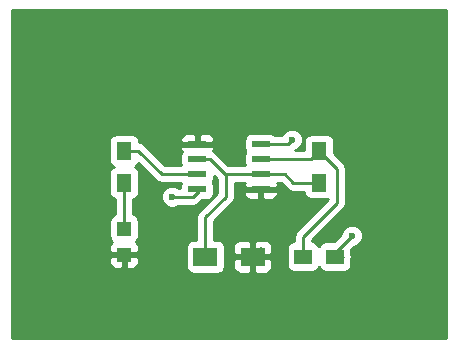
<source format=gbr>
G04 #@! TF.FileFunction,Copper,L1,Top,Signal*
%FSLAX46Y46*%
G04 Gerber Fmt 4.6, Leading zero omitted, Abs format (unit mm)*
G04 Created by KiCad (PCBNEW 4.0.5) date 02/12/17 15:01:25*
%MOMM*%
%LPD*%
G01*
G04 APERTURE LIST*
%ADD10C,0.100000*%
%ADD11R,2.000000X1.600000*%
%ADD12R,1.200000X1.200000*%
%ADD13R,1.500000X1.300000*%
%ADD14R,1.300000X1.500000*%
%ADD15R,1.550000X0.600000*%
%ADD16C,0.600000*%
%ADD17C,0.250000*%
%ADD18C,0.254000*%
G04 APERTURE END LIST*
D10*
D11*
X114840000Y-85090000D03*
X118840000Y-85090000D03*
D12*
X107950000Y-82720000D03*
X107950000Y-84920000D03*
D13*
X125810000Y-85090000D03*
X123110000Y-85090000D03*
D14*
X124460000Y-76120000D03*
X124460000Y-78820000D03*
X107950000Y-76120000D03*
X107950000Y-78820000D03*
D15*
X114140000Y-75565000D03*
X114140000Y-76835000D03*
X114140000Y-78105000D03*
X114140000Y-79375000D03*
X119540000Y-79375000D03*
X119540000Y-78105000D03*
X119540000Y-76835000D03*
X119540000Y-75565000D03*
D16*
X114046000Y-74168000D03*
X122174000Y-75184000D03*
X127254000Y-83312000D03*
X112014000Y-80010000D03*
D17*
X116586000Y-78105000D02*
X116586000Y-80010000D01*
X114840000Y-81756000D02*
X114840000Y-85090000D01*
X116586000Y-80010000D02*
X114840000Y-81756000D01*
X119540000Y-78105000D02*
X121539000Y-78105000D01*
X122254000Y-78820000D02*
X124460000Y-78820000D01*
X121539000Y-78105000D02*
X122254000Y-78820000D01*
X114140000Y-76835000D02*
X115189000Y-76835000D01*
X116459000Y-78105000D02*
X116586000Y-78105000D01*
X116586000Y-78105000D02*
X119540000Y-78105000D01*
X115189000Y-76835000D02*
X116459000Y-78105000D01*
X114140000Y-75565000D02*
X114140000Y-74262000D01*
X114140000Y-74262000D02*
X114046000Y-74168000D01*
X119540000Y-84390000D02*
X118840000Y-85090000D01*
X107950000Y-78820000D02*
X107950000Y-82720000D01*
X119540000Y-75565000D02*
X121793000Y-75565000D01*
X121793000Y-75565000D02*
X122174000Y-75184000D01*
X125984000Y-84582000D02*
X127254000Y-83312000D01*
X125984000Y-85090000D02*
X125984000Y-84582000D01*
X114300000Y-79502000D02*
X113792000Y-80010000D01*
X113792000Y-80010000D02*
X112014000Y-80010000D01*
X125810000Y-85090000D02*
X126492000Y-85090000D01*
X123110000Y-85090000D02*
X123110000Y-83392000D01*
X125984000Y-77644000D02*
X124460000Y-76120000D01*
X125984000Y-80518000D02*
X125984000Y-77644000D01*
X123110000Y-83392000D02*
X125984000Y-80518000D01*
X119540000Y-76835000D02*
X123745000Y-76835000D01*
X123745000Y-76835000D02*
X124460000Y-76120000D01*
X107950000Y-76120000D02*
X109140000Y-76120000D01*
X111125000Y-78105000D02*
X114140000Y-78105000D01*
X109140000Y-76120000D02*
X111125000Y-78105000D01*
D18*
G36*
X135180000Y-92000000D02*
X98500000Y-92000000D01*
X98500000Y-85205750D01*
X106715000Y-85205750D01*
X106715000Y-85646309D01*
X106811673Y-85879698D01*
X106990301Y-86058327D01*
X107223690Y-86155000D01*
X107664250Y-86155000D01*
X107823000Y-85996250D01*
X107823000Y-85047000D01*
X108077000Y-85047000D01*
X108077000Y-85996250D01*
X108235750Y-86155000D01*
X108676310Y-86155000D01*
X108909699Y-86058327D01*
X109088327Y-85879698D01*
X109185000Y-85646309D01*
X109185000Y-85205750D01*
X109026250Y-85047000D01*
X108077000Y-85047000D01*
X107823000Y-85047000D01*
X106873750Y-85047000D01*
X106715000Y-85205750D01*
X98500000Y-85205750D01*
X98500000Y-75370000D01*
X106652560Y-75370000D01*
X106652560Y-76870000D01*
X106696838Y-77105317D01*
X106835910Y-77321441D01*
X107048110Y-77466431D01*
X107061197Y-77469081D01*
X106848559Y-77605910D01*
X106703569Y-77818110D01*
X106652560Y-78070000D01*
X106652560Y-79570000D01*
X106696838Y-79805317D01*
X106835910Y-80021441D01*
X107048110Y-80166431D01*
X107190000Y-80195164D01*
X107190000Y-81502666D01*
X107114683Y-81516838D01*
X106898559Y-81655910D01*
X106753569Y-81868110D01*
X106702560Y-82120000D01*
X106702560Y-83320000D01*
X106746838Y-83555317D01*
X106885910Y-83771441D01*
X106954006Y-83817969D01*
X106811673Y-83960302D01*
X106715000Y-84193691D01*
X106715000Y-84634250D01*
X106873750Y-84793000D01*
X107823000Y-84793000D01*
X107823000Y-84773000D01*
X108077000Y-84773000D01*
X108077000Y-84793000D01*
X109026250Y-84793000D01*
X109185000Y-84634250D01*
X109185000Y-84193691D01*
X109088327Y-83960302D01*
X108947090Y-83819064D01*
X109001441Y-83784090D01*
X109146431Y-83571890D01*
X109197440Y-83320000D01*
X109197440Y-82120000D01*
X109153162Y-81884683D01*
X109014090Y-81668559D01*
X108801890Y-81523569D01*
X108710000Y-81504961D01*
X108710000Y-80196742D01*
X108835317Y-80173162D01*
X109051441Y-80034090D01*
X109196431Y-79821890D01*
X109247440Y-79570000D01*
X109247440Y-78070000D01*
X109203162Y-77834683D01*
X109064090Y-77618559D01*
X108851890Y-77473569D01*
X108838803Y-77470919D01*
X109051441Y-77334090D01*
X109143928Y-77198730D01*
X110587599Y-78642401D01*
X110834161Y-78807148D01*
X111125000Y-78865000D01*
X112760086Y-78865000D01*
X112717560Y-79075000D01*
X112717560Y-79250000D01*
X112576463Y-79250000D01*
X112544327Y-79217808D01*
X112200799Y-79075162D01*
X111828833Y-79074838D01*
X111485057Y-79216883D01*
X111221808Y-79479673D01*
X111079162Y-79823201D01*
X111078838Y-80195167D01*
X111220883Y-80538943D01*
X111483673Y-80802192D01*
X111827201Y-80944838D01*
X112199167Y-80945162D01*
X112542943Y-80803117D01*
X112576118Y-80770000D01*
X113792000Y-80770000D01*
X114082839Y-80712148D01*
X114329401Y-80547401D01*
X114554362Y-80322440D01*
X114915000Y-80322440D01*
X115150317Y-80278162D01*
X115366441Y-80139090D01*
X115511431Y-79926890D01*
X115562440Y-79675000D01*
X115562440Y-79075000D01*
X115518162Y-78839683D01*
X115454322Y-78740472D01*
X115511431Y-78656890D01*
X115562440Y-78405000D01*
X115562440Y-78283242D01*
X115826000Y-78546802D01*
X115826000Y-79695198D01*
X114302599Y-81218599D01*
X114137852Y-81465161D01*
X114080000Y-81756000D01*
X114080000Y-83642560D01*
X113840000Y-83642560D01*
X113604683Y-83686838D01*
X113388559Y-83825910D01*
X113243569Y-84038110D01*
X113192560Y-84290000D01*
X113192560Y-85890000D01*
X113236838Y-86125317D01*
X113375910Y-86341441D01*
X113588110Y-86486431D01*
X113840000Y-86537440D01*
X115840000Y-86537440D01*
X116075317Y-86493162D01*
X116291441Y-86354090D01*
X116436431Y-86141890D01*
X116487440Y-85890000D01*
X116487440Y-85375750D01*
X117205000Y-85375750D01*
X117205000Y-86016310D01*
X117301673Y-86249699D01*
X117480302Y-86428327D01*
X117713691Y-86525000D01*
X118554250Y-86525000D01*
X118713000Y-86366250D01*
X118713000Y-85217000D01*
X118967000Y-85217000D01*
X118967000Y-86366250D01*
X119125750Y-86525000D01*
X119966309Y-86525000D01*
X120199698Y-86428327D01*
X120378327Y-86249699D01*
X120475000Y-86016310D01*
X120475000Y-85375750D01*
X120316250Y-85217000D01*
X118967000Y-85217000D01*
X118713000Y-85217000D01*
X117363750Y-85217000D01*
X117205000Y-85375750D01*
X116487440Y-85375750D01*
X116487440Y-84290000D01*
X116463674Y-84163690D01*
X117205000Y-84163690D01*
X117205000Y-84804250D01*
X117363750Y-84963000D01*
X118713000Y-84963000D01*
X118713000Y-83813750D01*
X118967000Y-83813750D01*
X118967000Y-84963000D01*
X120316250Y-84963000D01*
X120475000Y-84804250D01*
X120475000Y-84163690D01*
X120378327Y-83930301D01*
X120199698Y-83751673D01*
X119966309Y-83655000D01*
X119125750Y-83655000D01*
X118967000Y-83813750D01*
X118713000Y-83813750D01*
X118554250Y-83655000D01*
X117713691Y-83655000D01*
X117480302Y-83751673D01*
X117301673Y-83930301D01*
X117205000Y-84163690D01*
X116463674Y-84163690D01*
X116443162Y-84054683D01*
X116304090Y-83838559D01*
X116091890Y-83693569D01*
X115840000Y-83642560D01*
X115600000Y-83642560D01*
X115600000Y-82070802D01*
X117123401Y-80547401D01*
X117288148Y-80300839D01*
X117346000Y-80010000D01*
X117346000Y-79660750D01*
X118130000Y-79660750D01*
X118130000Y-79801310D01*
X118226673Y-80034699D01*
X118405302Y-80213327D01*
X118638691Y-80310000D01*
X119254250Y-80310000D01*
X119413000Y-80151250D01*
X119413000Y-79502000D01*
X119667000Y-79502000D01*
X119667000Y-80151250D01*
X119825750Y-80310000D01*
X120441309Y-80310000D01*
X120674698Y-80213327D01*
X120853327Y-80034699D01*
X120950000Y-79801310D01*
X120950000Y-79660750D01*
X120791250Y-79502000D01*
X119667000Y-79502000D01*
X119413000Y-79502000D01*
X118288750Y-79502000D01*
X118130000Y-79660750D01*
X117346000Y-79660750D01*
X117346000Y-78865000D01*
X118164666Y-78865000D01*
X118130000Y-78948690D01*
X118130000Y-79089250D01*
X118288750Y-79248000D01*
X119413000Y-79248000D01*
X119413000Y-79228000D01*
X119667000Y-79228000D01*
X119667000Y-79248000D01*
X120791250Y-79248000D01*
X120950000Y-79089250D01*
X120950000Y-78948690D01*
X120915334Y-78865000D01*
X121224198Y-78865000D01*
X121716599Y-79357401D01*
X121963161Y-79522148D01*
X122254000Y-79580000D01*
X123164442Y-79580000D01*
X123206838Y-79805317D01*
X123345910Y-80021441D01*
X123558110Y-80166431D01*
X123810000Y-80217440D01*
X125110000Y-80217440D01*
X125224000Y-80195989D01*
X125224000Y-80203198D01*
X122572599Y-82854599D01*
X122407852Y-83101161D01*
X122350000Y-83392000D01*
X122350000Y-83794442D01*
X122124683Y-83836838D01*
X121908559Y-83975910D01*
X121763569Y-84188110D01*
X121712560Y-84440000D01*
X121712560Y-85740000D01*
X121756838Y-85975317D01*
X121895910Y-86191441D01*
X122108110Y-86336431D01*
X122360000Y-86387440D01*
X123860000Y-86387440D01*
X124095317Y-86343162D01*
X124311441Y-86204090D01*
X124456431Y-85991890D01*
X124459081Y-85978803D01*
X124595910Y-86191441D01*
X124808110Y-86336431D01*
X125060000Y-86387440D01*
X126560000Y-86387440D01*
X126795317Y-86343162D01*
X127011441Y-86204090D01*
X127156431Y-85991890D01*
X127207440Y-85740000D01*
X127207440Y-85314016D01*
X127252000Y-85090000D01*
X127207440Y-84865984D01*
X127207440Y-84440000D01*
X127206389Y-84434413D01*
X127393680Y-84247122D01*
X127439167Y-84247162D01*
X127782943Y-84105117D01*
X128046192Y-83842327D01*
X128188838Y-83498799D01*
X128189162Y-83126833D01*
X128047117Y-82783057D01*
X127784327Y-82519808D01*
X127440799Y-82377162D01*
X127068833Y-82376838D01*
X126725057Y-82518883D01*
X126461808Y-82781673D01*
X126319162Y-83125201D01*
X126319121Y-83172077D01*
X125698638Y-83792560D01*
X125060000Y-83792560D01*
X124824683Y-83836838D01*
X124608559Y-83975910D01*
X124463569Y-84188110D01*
X124460919Y-84201197D01*
X124324090Y-83988559D01*
X124111890Y-83843569D01*
X123870000Y-83794585D01*
X123870000Y-83706802D01*
X126521401Y-81055401D01*
X126686148Y-80808839D01*
X126744000Y-80518000D01*
X126744000Y-77644000D01*
X126686148Y-77353161D01*
X126686148Y-77353160D01*
X126521401Y-77106599D01*
X125757440Y-76342638D01*
X125757440Y-75370000D01*
X125713162Y-75134683D01*
X125574090Y-74918559D01*
X125361890Y-74773569D01*
X125110000Y-74722560D01*
X123810000Y-74722560D01*
X123574683Y-74766838D01*
X123358559Y-74905910D01*
X123213569Y-75118110D01*
X123162560Y-75370000D01*
X123162560Y-76075000D01*
X122466047Y-76075000D01*
X122702943Y-75977117D01*
X122966192Y-75714327D01*
X123108838Y-75370799D01*
X123109162Y-74998833D01*
X122967117Y-74655057D01*
X122704327Y-74391808D01*
X122360799Y-74249162D01*
X121988833Y-74248838D01*
X121645057Y-74390883D01*
X121381808Y-74653673D01*
X121318971Y-74805000D01*
X120766563Y-74805000D01*
X120566890Y-74668569D01*
X120315000Y-74617560D01*
X118765000Y-74617560D01*
X118529683Y-74661838D01*
X118313559Y-74800910D01*
X118168569Y-75013110D01*
X118117560Y-75265000D01*
X118117560Y-75865000D01*
X118161838Y-76100317D01*
X118225678Y-76199528D01*
X118168569Y-76283110D01*
X118117560Y-76535000D01*
X118117560Y-77135000D01*
X118157074Y-77345000D01*
X116773802Y-77345000D01*
X115726401Y-76297599D01*
X115488871Y-76138887D01*
X115550000Y-75991310D01*
X115550000Y-75850750D01*
X115391250Y-75692000D01*
X114267000Y-75692000D01*
X114267000Y-75712000D01*
X114013000Y-75712000D01*
X114013000Y-75692000D01*
X112888750Y-75692000D01*
X112730000Y-75850750D01*
X112730000Y-75991310D01*
X112819806Y-76208122D01*
X112768569Y-76283110D01*
X112717560Y-76535000D01*
X112717560Y-77135000D01*
X112757074Y-77345000D01*
X111439802Y-77345000D01*
X109677401Y-75582599D01*
X109430839Y-75417852D01*
X109247440Y-75381371D01*
X109247440Y-75370000D01*
X109203916Y-75138690D01*
X112730000Y-75138690D01*
X112730000Y-75279250D01*
X112888750Y-75438000D01*
X114013000Y-75438000D01*
X114013000Y-74788750D01*
X114267000Y-74788750D01*
X114267000Y-75438000D01*
X115391250Y-75438000D01*
X115550000Y-75279250D01*
X115550000Y-75138690D01*
X115453327Y-74905301D01*
X115274698Y-74726673D01*
X115041309Y-74630000D01*
X114425750Y-74630000D01*
X114267000Y-74788750D01*
X114013000Y-74788750D01*
X113854250Y-74630000D01*
X113238691Y-74630000D01*
X113005302Y-74726673D01*
X112826673Y-74905301D01*
X112730000Y-75138690D01*
X109203916Y-75138690D01*
X109203162Y-75134683D01*
X109064090Y-74918559D01*
X108851890Y-74773569D01*
X108600000Y-74722560D01*
X107300000Y-74722560D01*
X107064683Y-74766838D01*
X106848559Y-74905910D01*
X106703569Y-75118110D01*
X106652560Y-75370000D01*
X98500000Y-75370000D01*
X98500000Y-64210000D01*
X135180000Y-64210000D01*
X135180000Y-92000000D01*
X135180000Y-92000000D01*
G37*
X135180000Y-92000000D02*
X98500000Y-92000000D01*
X98500000Y-85205750D01*
X106715000Y-85205750D01*
X106715000Y-85646309D01*
X106811673Y-85879698D01*
X106990301Y-86058327D01*
X107223690Y-86155000D01*
X107664250Y-86155000D01*
X107823000Y-85996250D01*
X107823000Y-85047000D01*
X108077000Y-85047000D01*
X108077000Y-85996250D01*
X108235750Y-86155000D01*
X108676310Y-86155000D01*
X108909699Y-86058327D01*
X109088327Y-85879698D01*
X109185000Y-85646309D01*
X109185000Y-85205750D01*
X109026250Y-85047000D01*
X108077000Y-85047000D01*
X107823000Y-85047000D01*
X106873750Y-85047000D01*
X106715000Y-85205750D01*
X98500000Y-85205750D01*
X98500000Y-75370000D01*
X106652560Y-75370000D01*
X106652560Y-76870000D01*
X106696838Y-77105317D01*
X106835910Y-77321441D01*
X107048110Y-77466431D01*
X107061197Y-77469081D01*
X106848559Y-77605910D01*
X106703569Y-77818110D01*
X106652560Y-78070000D01*
X106652560Y-79570000D01*
X106696838Y-79805317D01*
X106835910Y-80021441D01*
X107048110Y-80166431D01*
X107190000Y-80195164D01*
X107190000Y-81502666D01*
X107114683Y-81516838D01*
X106898559Y-81655910D01*
X106753569Y-81868110D01*
X106702560Y-82120000D01*
X106702560Y-83320000D01*
X106746838Y-83555317D01*
X106885910Y-83771441D01*
X106954006Y-83817969D01*
X106811673Y-83960302D01*
X106715000Y-84193691D01*
X106715000Y-84634250D01*
X106873750Y-84793000D01*
X107823000Y-84793000D01*
X107823000Y-84773000D01*
X108077000Y-84773000D01*
X108077000Y-84793000D01*
X109026250Y-84793000D01*
X109185000Y-84634250D01*
X109185000Y-84193691D01*
X109088327Y-83960302D01*
X108947090Y-83819064D01*
X109001441Y-83784090D01*
X109146431Y-83571890D01*
X109197440Y-83320000D01*
X109197440Y-82120000D01*
X109153162Y-81884683D01*
X109014090Y-81668559D01*
X108801890Y-81523569D01*
X108710000Y-81504961D01*
X108710000Y-80196742D01*
X108835317Y-80173162D01*
X109051441Y-80034090D01*
X109196431Y-79821890D01*
X109247440Y-79570000D01*
X109247440Y-78070000D01*
X109203162Y-77834683D01*
X109064090Y-77618559D01*
X108851890Y-77473569D01*
X108838803Y-77470919D01*
X109051441Y-77334090D01*
X109143928Y-77198730D01*
X110587599Y-78642401D01*
X110834161Y-78807148D01*
X111125000Y-78865000D01*
X112760086Y-78865000D01*
X112717560Y-79075000D01*
X112717560Y-79250000D01*
X112576463Y-79250000D01*
X112544327Y-79217808D01*
X112200799Y-79075162D01*
X111828833Y-79074838D01*
X111485057Y-79216883D01*
X111221808Y-79479673D01*
X111079162Y-79823201D01*
X111078838Y-80195167D01*
X111220883Y-80538943D01*
X111483673Y-80802192D01*
X111827201Y-80944838D01*
X112199167Y-80945162D01*
X112542943Y-80803117D01*
X112576118Y-80770000D01*
X113792000Y-80770000D01*
X114082839Y-80712148D01*
X114329401Y-80547401D01*
X114554362Y-80322440D01*
X114915000Y-80322440D01*
X115150317Y-80278162D01*
X115366441Y-80139090D01*
X115511431Y-79926890D01*
X115562440Y-79675000D01*
X115562440Y-79075000D01*
X115518162Y-78839683D01*
X115454322Y-78740472D01*
X115511431Y-78656890D01*
X115562440Y-78405000D01*
X115562440Y-78283242D01*
X115826000Y-78546802D01*
X115826000Y-79695198D01*
X114302599Y-81218599D01*
X114137852Y-81465161D01*
X114080000Y-81756000D01*
X114080000Y-83642560D01*
X113840000Y-83642560D01*
X113604683Y-83686838D01*
X113388559Y-83825910D01*
X113243569Y-84038110D01*
X113192560Y-84290000D01*
X113192560Y-85890000D01*
X113236838Y-86125317D01*
X113375910Y-86341441D01*
X113588110Y-86486431D01*
X113840000Y-86537440D01*
X115840000Y-86537440D01*
X116075317Y-86493162D01*
X116291441Y-86354090D01*
X116436431Y-86141890D01*
X116487440Y-85890000D01*
X116487440Y-85375750D01*
X117205000Y-85375750D01*
X117205000Y-86016310D01*
X117301673Y-86249699D01*
X117480302Y-86428327D01*
X117713691Y-86525000D01*
X118554250Y-86525000D01*
X118713000Y-86366250D01*
X118713000Y-85217000D01*
X118967000Y-85217000D01*
X118967000Y-86366250D01*
X119125750Y-86525000D01*
X119966309Y-86525000D01*
X120199698Y-86428327D01*
X120378327Y-86249699D01*
X120475000Y-86016310D01*
X120475000Y-85375750D01*
X120316250Y-85217000D01*
X118967000Y-85217000D01*
X118713000Y-85217000D01*
X117363750Y-85217000D01*
X117205000Y-85375750D01*
X116487440Y-85375750D01*
X116487440Y-84290000D01*
X116463674Y-84163690D01*
X117205000Y-84163690D01*
X117205000Y-84804250D01*
X117363750Y-84963000D01*
X118713000Y-84963000D01*
X118713000Y-83813750D01*
X118967000Y-83813750D01*
X118967000Y-84963000D01*
X120316250Y-84963000D01*
X120475000Y-84804250D01*
X120475000Y-84163690D01*
X120378327Y-83930301D01*
X120199698Y-83751673D01*
X119966309Y-83655000D01*
X119125750Y-83655000D01*
X118967000Y-83813750D01*
X118713000Y-83813750D01*
X118554250Y-83655000D01*
X117713691Y-83655000D01*
X117480302Y-83751673D01*
X117301673Y-83930301D01*
X117205000Y-84163690D01*
X116463674Y-84163690D01*
X116443162Y-84054683D01*
X116304090Y-83838559D01*
X116091890Y-83693569D01*
X115840000Y-83642560D01*
X115600000Y-83642560D01*
X115600000Y-82070802D01*
X117123401Y-80547401D01*
X117288148Y-80300839D01*
X117346000Y-80010000D01*
X117346000Y-79660750D01*
X118130000Y-79660750D01*
X118130000Y-79801310D01*
X118226673Y-80034699D01*
X118405302Y-80213327D01*
X118638691Y-80310000D01*
X119254250Y-80310000D01*
X119413000Y-80151250D01*
X119413000Y-79502000D01*
X119667000Y-79502000D01*
X119667000Y-80151250D01*
X119825750Y-80310000D01*
X120441309Y-80310000D01*
X120674698Y-80213327D01*
X120853327Y-80034699D01*
X120950000Y-79801310D01*
X120950000Y-79660750D01*
X120791250Y-79502000D01*
X119667000Y-79502000D01*
X119413000Y-79502000D01*
X118288750Y-79502000D01*
X118130000Y-79660750D01*
X117346000Y-79660750D01*
X117346000Y-78865000D01*
X118164666Y-78865000D01*
X118130000Y-78948690D01*
X118130000Y-79089250D01*
X118288750Y-79248000D01*
X119413000Y-79248000D01*
X119413000Y-79228000D01*
X119667000Y-79228000D01*
X119667000Y-79248000D01*
X120791250Y-79248000D01*
X120950000Y-79089250D01*
X120950000Y-78948690D01*
X120915334Y-78865000D01*
X121224198Y-78865000D01*
X121716599Y-79357401D01*
X121963161Y-79522148D01*
X122254000Y-79580000D01*
X123164442Y-79580000D01*
X123206838Y-79805317D01*
X123345910Y-80021441D01*
X123558110Y-80166431D01*
X123810000Y-80217440D01*
X125110000Y-80217440D01*
X125224000Y-80195989D01*
X125224000Y-80203198D01*
X122572599Y-82854599D01*
X122407852Y-83101161D01*
X122350000Y-83392000D01*
X122350000Y-83794442D01*
X122124683Y-83836838D01*
X121908559Y-83975910D01*
X121763569Y-84188110D01*
X121712560Y-84440000D01*
X121712560Y-85740000D01*
X121756838Y-85975317D01*
X121895910Y-86191441D01*
X122108110Y-86336431D01*
X122360000Y-86387440D01*
X123860000Y-86387440D01*
X124095317Y-86343162D01*
X124311441Y-86204090D01*
X124456431Y-85991890D01*
X124459081Y-85978803D01*
X124595910Y-86191441D01*
X124808110Y-86336431D01*
X125060000Y-86387440D01*
X126560000Y-86387440D01*
X126795317Y-86343162D01*
X127011441Y-86204090D01*
X127156431Y-85991890D01*
X127207440Y-85740000D01*
X127207440Y-85314016D01*
X127252000Y-85090000D01*
X127207440Y-84865984D01*
X127207440Y-84440000D01*
X127206389Y-84434413D01*
X127393680Y-84247122D01*
X127439167Y-84247162D01*
X127782943Y-84105117D01*
X128046192Y-83842327D01*
X128188838Y-83498799D01*
X128189162Y-83126833D01*
X128047117Y-82783057D01*
X127784327Y-82519808D01*
X127440799Y-82377162D01*
X127068833Y-82376838D01*
X126725057Y-82518883D01*
X126461808Y-82781673D01*
X126319162Y-83125201D01*
X126319121Y-83172077D01*
X125698638Y-83792560D01*
X125060000Y-83792560D01*
X124824683Y-83836838D01*
X124608559Y-83975910D01*
X124463569Y-84188110D01*
X124460919Y-84201197D01*
X124324090Y-83988559D01*
X124111890Y-83843569D01*
X123870000Y-83794585D01*
X123870000Y-83706802D01*
X126521401Y-81055401D01*
X126686148Y-80808839D01*
X126744000Y-80518000D01*
X126744000Y-77644000D01*
X126686148Y-77353161D01*
X126686148Y-77353160D01*
X126521401Y-77106599D01*
X125757440Y-76342638D01*
X125757440Y-75370000D01*
X125713162Y-75134683D01*
X125574090Y-74918559D01*
X125361890Y-74773569D01*
X125110000Y-74722560D01*
X123810000Y-74722560D01*
X123574683Y-74766838D01*
X123358559Y-74905910D01*
X123213569Y-75118110D01*
X123162560Y-75370000D01*
X123162560Y-76075000D01*
X122466047Y-76075000D01*
X122702943Y-75977117D01*
X122966192Y-75714327D01*
X123108838Y-75370799D01*
X123109162Y-74998833D01*
X122967117Y-74655057D01*
X122704327Y-74391808D01*
X122360799Y-74249162D01*
X121988833Y-74248838D01*
X121645057Y-74390883D01*
X121381808Y-74653673D01*
X121318971Y-74805000D01*
X120766563Y-74805000D01*
X120566890Y-74668569D01*
X120315000Y-74617560D01*
X118765000Y-74617560D01*
X118529683Y-74661838D01*
X118313559Y-74800910D01*
X118168569Y-75013110D01*
X118117560Y-75265000D01*
X118117560Y-75865000D01*
X118161838Y-76100317D01*
X118225678Y-76199528D01*
X118168569Y-76283110D01*
X118117560Y-76535000D01*
X118117560Y-77135000D01*
X118157074Y-77345000D01*
X116773802Y-77345000D01*
X115726401Y-76297599D01*
X115488871Y-76138887D01*
X115550000Y-75991310D01*
X115550000Y-75850750D01*
X115391250Y-75692000D01*
X114267000Y-75692000D01*
X114267000Y-75712000D01*
X114013000Y-75712000D01*
X114013000Y-75692000D01*
X112888750Y-75692000D01*
X112730000Y-75850750D01*
X112730000Y-75991310D01*
X112819806Y-76208122D01*
X112768569Y-76283110D01*
X112717560Y-76535000D01*
X112717560Y-77135000D01*
X112757074Y-77345000D01*
X111439802Y-77345000D01*
X109677401Y-75582599D01*
X109430839Y-75417852D01*
X109247440Y-75381371D01*
X109247440Y-75370000D01*
X109203916Y-75138690D01*
X112730000Y-75138690D01*
X112730000Y-75279250D01*
X112888750Y-75438000D01*
X114013000Y-75438000D01*
X114013000Y-74788750D01*
X114267000Y-74788750D01*
X114267000Y-75438000D01*
X115391250Y-75438000D01*
X115550000Y-75279250D01*
X115550000Y-75138690D01*
X115453327Y-74905301D01*
X115274698Y-74726673D01*
X115041309Y-74630000D01*
X114425750Y-74630000D01*
X114267000Y-74788750D01*
X114013000Y-74788750D01*
X113854250Y-74630000D01*
X113238691Y-74630000D01*
X113005302Y-74726673D01*
X112826673Y-74905301D01*
X112730000Y-75138690D01*
X109203916Y-75138690D01*
X109203162Y-75134683D01*
X109064090Y-74918559D01*
X108851890Y-74773569D01*
X108600000Y-74722560D01*
X107300000Y-74722560D01*
X107064683Y-74766838D01*
X106848559Y-74905910D01*
X106703569Y-75118110D01*
X106652560Y-75370000D01*
X98500000Y-75370000D01*
X98500000Y-64210000D01*
X135180000Y-64210000D01*
X135180000Y-92000000D01*
M02*

</source>
